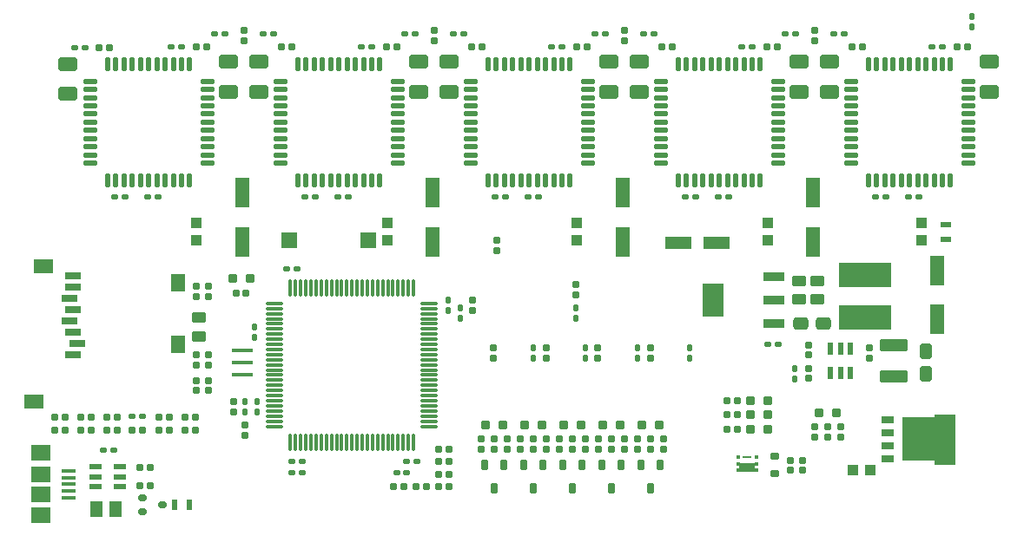
<source format=gtp>
G04 Layer_Color=8421504*
%FSLAX44Y44*%
%MOMM*%
G71*
G01*
G75*
G04:AMPARAMS|DCode=10|XSize=0.6mm|YSize=0.6mm|CornerRadius=0.06mm|HoleSize=0mm|Usage=FLASHONLY|Rotation=0.000|XOffset=0mm|YOffset=0mm|HoleType=Round|Shape=RoundedRectangle|*
%AMROUNDEDRECTD10*
21,1,0.6000,0.4800,0,0,0.0*
21,1,0.4800,0.6000,0,0,0.0*
1,1,0.1200,0.2400,-0.2400*
1,1,0.1200,-0.2400,-0.2400*
1,1,0.1200,-0.2400,0.2400*
1,1,0.1200,0.2400,0.2400*
%
%ADD10ROUNDEDRECTD10*%
%ADD11O,1.4000X0.5500*%
%ADD12O,0.5500X1.4000*%
G04:AMPARAMS|DCode=13|XSize=1.4mm|YSize=1mm|CornerRadius=0.125mm|HoleSize=0mm|Usage=FLASHONLY|Rotation=180.000|XOffset=0mm|YOffset=0mm|HoleType=Round|Shape=RoundedRectangle|*
%AMROUNDEDRECTD13*
21,1,1.4000,0.7500,0,0,180.0*
21,1,1.1500,1.0000,0,0,180.0*
1,1,0.2500,-0.5750,0.3750*
1,1,0.2500,0.5750,0.3750*
1,1,0.2500,0.5750,-0.3750*
1,1,0.2500,-0.5750,-0.3750*
%
%ADD13ROUNDEDRECTD13*%
G04:AMPARAMS|DCode=14|XSize=0.6mm|YSize=0.6mm|CornerRadius=0.06mm|HoleSize=0mm|Usage=FLASHONLY|Rotation=90.000|XOffset=0mm|YOffset=0mm|HoleType=Round|Shape=RoundedRectangle|*
%AMROUNDEDRECTD14*
21,1,0.6000,0.4800,0,0,90.0*
21,1,0.4800,0.6000,0,0,90.0*
1,1,0.1200,0.2400,0.2400*
1,1,0.1200,0.2400,-0.2400*
1,1,0.1200,-0.2400,-0.2400*
1,1,0.1200,-0.2400,0.2400*
%
%ADD14ROUNDEDRECTD14*%
%ADD15R,1.1500X0.6000*%
G04:AMPARAMS|DCode=16|XSize=1.2mm|YSize=1.5mm|CornerRadius=0.3mm|HoleSize=0mm|Usage=FLASHONLY|Rotation=270.000|XOffset=0mm|YOffset=0mm|HoleType=Round|Shape=RoundedRectangle|*
%AMROUNDEDRECTD16*
21,1,1.2000,0.9000,0,0,270.0*
21,1,0.6000,1.5000,0,0,270.0*
1,1,0.6000,-0.4500,-0.3000*
1,1,0.6000,-0.4500,0.3000*
1,1,0.6000,0.4500,0.3000*
1,1,0.6000,0.4500,-0.3000*
%
%ADD16ROUNDEDRECTD16*%
G04:AMPARAMS|DCode=17|XSize=1.2mm|YSize=1.5mm|CornerRadius=0.3mm|HoleSize=0mm|Usage=FLASHONLY|Rotation=0.000|XOffset=0mm|YOffset=0mm|HoleType=Round|Shape=RoundedRectangle|*
%AMROUNDEDRECTD17*
21,1,1.2000,0.9000,0,0,0.0*
21,1,0.6000,1.5000,0,0,0.0*
1,1,0.6000,0.3000,-0.4500*
1,1,0.6000,-0.3000,-0.4500*
1,1,0.6000,-0.3000,0.4500*
1,1,0.6000,0.3000,0.4500*
%
%ADD17ROUNDEDRECTD17*%
G04:AMPARAMS|DCode=18|XSize=0.8mm|YSize=0.8mm|CornerRadius=0.1mm|HoleSize=0mm|Usage=FLASHONLY|Rotation=0.000|XOffset=0mm|YOffset=0mm|HoleType=Round|Shape=RoundedRectangle|*
%AMROUNDEDRECTD18*
21,1,0.8000,0.6000,0,0,0.0*
21,1,0.6000,0.8000,0,0,0.0*
1,1,0.2000,0.3000,-0.3000*
1,1,0.2000,-0.3000,-0.3000*
1,1,0.2000,-0.3000,0.3000*
1,1,0.2000,0.3000,0.3000*
%
%ADD18ROUNDEDRECTD18*%
%ADD19R,0.6000X1.1500*%
%ADD20R,5.1000X2.3500*%
%ADD21R,1.3970X2.9972*%
%ADD22R,2.0000X5.0000*%
%ADD23R,3.2000X4.2000*%
%ADD24R,1.1500X0.7000*%
%ADD25R,1.1000X1.0000*%
G04:AMPARAMS|DCode=26|XSize=0.5mm|YSize=0.6mm|CornerRadius=0.05mm|HoleSize=0mm|Usage=FLASHONLY|Rotation=0.000|XOffset=0mm|YOffset=0mm|HoleType=Round|Shape=RoundedRectangle|*
%AMROUNDEDRECTD26*
21,1,0.5000,0.5000,0,0,0.0*
21,1,0.4000,0.6000,0,0,0.0*
1,1,0.1000,0.2000,-0.2500*
1,1,0.1000,-0.2000,-0.2500*
1,1,0.1000,-0.2000,0.2500*
1,1,0.1000,0.2000,0.2500*
%
%ADD26ROUNDEDRECTD26*%
G04:AMPARAMS|DCode=27|XSize=0.5mm|YSize=0.6mm|CornerRadius=0.05mm|HoleSize=0mm|Usage=FLASHONLY|Rotation=90.000|XOffset=0mm|YOffset=0mm|HoleType=Round|Shape=RoundedRectangle|*
%AMROUNDEDRECTD27*
21,1,0.5000,0.5000,0,0,90.0*
21,1,0.4000,0.6000,0,0,90.0*
1,1,0.1000,0.2500,0.2000*
1,1,0.1000,0.2500,-0.2000*
1,1,0.1000,-0.2500,-0.2000*
1,1,0.1000,-0.2500,0.2000*
%
%ADD27ROUNDEDRECTD27*%
G04:AMPARAMS|DCode=28|XSize=2.7mm|YSize=1.15mm|CornerRadius=0.1437mm|HoleSize=0mm|Usage=FLASHONLY|Rotation=180.000|XOffset=0mm|YOffset=0mm|HoleType=Round|Shape=RoundedRectangle|*
%AMROUNDEDRECTD28*
21,1,2.7000,0.8625,0,0,180.0*
21,1,2.4125,1.1500,0,0,180.0*
1,1,0.2875,-1.2063,0.4313*
1,1,0.2875,1.2063,0.4313*
1,1,0.2875,1.2063,-0.4313*
1,1,0.2875,-1.2063,-0.4313*
%
%ADD28ROUNDEDRECTD28*%
%ADD29R,2.1500X3.2500*%
%ADD30R,2.1500X0.9000*%
G04:AMPARAMS|DCode=31|XSize=1.8mm|YSize=1.3mm|CornerRadius=0.1625mm|HoleSize=0mm|Usage=FLASHONLY|Rotation=0.000|XOffset=0mm|YOffset=0mm|HoleType=Round|Shape=RoundedRectangle|*
%AMROUNDEDRECTD31*
21,1,1.8000,0.9750,0,0,0.0*
21,1,1.4750,1.3000,0,0,0.0*
1,1,0.3250,0.7375,-0.4875*
1,1,0.3250,-0.7375,-0.4875*
1,1,0.3250,-0.7375,0.4875*
1,1,0.3250,0.7375,0.4875*
%
%ADD31ROUNDEDRECTD31*%
%ADD32R,1.0000X1.1000*%
%ADD33R,2.5000X1.3000*%
%ADD34R,1.3000X1.5000*%
%ADD35R,1.9000X1.5000*%
%ADD36R,1.3500X0.4000*%
%ADD37R,1.5000X1.5000*%
%ADD38R,2.0000X0.4000*%
%ADD39R,1.5240X0.7112*%
%ADD40R,1.4224X1.8034*%
%ADD41R,1.9050X1.4224*%
G04:AMPARAMS|DCode=42|XSize=0.6mm|YSize=1mm|CornerRadius=0.075mm|HoleSize=0mm|Usage=FLASHONLY|Rotation=180.000|XOffset=0mm|YOffset=0mm|HoleType=Round|Shape=RoundedRectangle|*
%AMROUNDEDRECTD42*
21,1,0.6000,0.8500,0,0,180.0*
21,1,0.4500,1.0000,0,0,180.0*
1,1,0.1500,-0.2250,0.4250*
1,1,0.1500,0.2250,0.4250*
1,1,0.1500,0.2250,-0.4250*
1,1,0.1500,-0.2250,-0.4250*
%
%ADD42ROUNDEDRECTD42*%
%ADD43O,1.8000X0.3000*%
%ADD44O,0.3000X1.8000*%
%ADD45R,1.0000X0.6000*%
%ADD46R,0.6000X1.0000*%
G04:AMPARAMS|DCode=47|XSize=0.6mm|YSize=0.8mm|CornerRadius=0.15mm|HoleSize=0mm|Usage=FLASHONLY|Rotation=270.000|XOffset=0mm|YOffset=0mm|HoleType=Round|Shape=RoundedRectangle|*
%AMROUNDEDRECTD47*
21,1,0.6000,0.5000,0,0,270.0*
21,1,0.3000,0.8000,0,0,270.0*
1,1,0.3000,-0.2500,-0.1500*
1,1,0.3000,-0.2500,0.1500*
1,1,0.3000,0.2500,0.1500*
1,1,0.3000,0.2500,-0.1500*
%
%ADD47ROUNDEDRECTD47*%
%ADD48R,1.5000X0.9500*%
%ADD49R,0.8700X0.2350*%
%ADD50R,0.3500X0.3000*%
G04:AMPARAMS|DCode=51|XSize=0.6mm|YSize=0.8mm|CornerRadius=0.06mm|HoleSize=0mm|Usage=FLASHONLY|Rotation=270.000|XOffset=0mm|YOffset=0mm|HoleType=Round|Shape=RoundedRectangle|*
%AMROUNDEDRECTD51*
21,1,0.6000,0.6800,0,0,270.0*
21,1,0.4800,0.8000,0,0,270.0*
1,1,0.1200,-0.3400,-0.2400*
1,1,0.1200,-0.3400,0.2400*
1,1,0.1200,0.3400,0.2400*
1,1,0.1200,0.3400,-0.2400*
%
%ADD51ROUNDEDRECTD51*%
D10*
X762000Y125500D02*
D03*
Y135500D02*
D03*
X561974Y235030D02*
D03*
Y245030D02*
D03*
X182500Y203500D02*
D03*
Y213500D02*
D03*
X562610Y156130D02*
D03*
Y146130D02*
D03*
X524510Y156130D02*
D03*
Y146130D02*
D03*
X537210Y156130D02*
D03*
Y146130D02*
D03*
X549910Y156130D02*
D03*
Y146130D02*
D03*
X600710Y156130D02*
D03*
Y146130D02*
D03*
X613410Y156130D02*
D03*
Y146130D02*
D03*
X626110Y156130D02*
D03*
Y146130D02*
D03*
X575310Y156130D02*
D03*
Y146130D02*
D03*
X588010Y156130D02*
D03*
Y146130D02*
D03*
X613410Y235030D02*
D03*
Y245030D02*
D03*
X511810Y235030D02*
D03*
Y245030D02*
D03*
X460375Y235030D02*
D03*
Y245030D02*
D03*
X486410Y156130D02*
D03*
Y146130D02*
D03*
X499110Y156130D02*
D03*
Y146130D02*
D03*
X511810Y156130D02*
D03*
Y146130D02*
D03*
X448310Y156130D02*
D03*
Y146130D02*
D03*
X461010Y156130D02*
D03*
Y146130D02*
D03*
X773250Y168100D02*
D03*
Y158100D02*
D03*
X785950Y158100D02*
D03*
Y168100D02*
D03*
X798650Y168100D02*
D03*
Y158100D02*
D03*
X767935Y215345D02*
D03*
Y225345D02*
D03*
X473710Y156130D02*
D03*
Y146130D02*
D03*
X826690Y235030D02*
D03*
Y245030D02*
D03*
X767935Y248205D02*
D03*
Y238205D02*
D03*
X170500Y305500D02*
D03*
Y295500D02*
D03*
X182500Y305500D02*
D03*
Y295500D02*
D03*
X170500Y228500D02*
D03*
Y238500D02*
D03*
X182500Y228500D02*
D03*
Y238500D02*
D03*
X541000Y307250D02*
D03*
Y297250D02*
D03*
X588000Y555000D02*
D03*
Y545000D02*
D03*
X463780Y350000D02*
D03*
Y340000D02*
D03*
X402500Y555000D02*
D03*
Y545000D02*
D03*
X217000Y555000D02*
D03*
Y545000D02*
D03*
X207010Y182960D02*
D03*
Y192960D02*
D03*
X218440Y170100D02*
D03*
Y160100D02*
D03*
X440000Y282000D02*
D03*
Y292000D02*
D03*
X170500Y213500D02*
D03*
Y203500D02*
D03*
X773420Y555000D02*
D03*
Y545000D02*
D03*
X750000Y135500D02*
D03*
Y125500D02*
D03*
D11*
X923140Y425455D02*
D03*
Y433455D02*
D03*
Y441455D02*
D03*
Y449455D02*
D03*
Y457455D02*
D03*
Y465455D02*
D03*
Y473455D02*
D03*
Y481455D02*
D03*
Y489455D02*
D03*
Y497455D02*
D03*
Y505455D02*
D03*
X809140D02*
D03*
Y497455D02*
D03*
Y489455D02*
D03*
Y481455D02*
D03*
Y473455D02*
D03*
Y465455D02*
D03*
Y457455D02*
D03*
Y449455D02*
D03*
Y441455D02*
D03*
Y433455D02*
D03*
Y425455D02*
D03*
X623720D02*
D03*
Y433455D02*
D03*
Y441455D02*
D03*
Y449455D02*
D03*
Y457455D02*
D03*
Y465455D02*
D03*
Y473455D02*
D03*
Y481455D02*
D03*
Y489455D02*
D03*
Y497455D02*
D03*
Y505455D02*
D03*
X737720D02*
D03*
Y497455D02*
D03*
Y489455D02*
D03*
Y481455D02*
D03*
Y473455D02*
D03*
Y465455D02*
D03*
Y457455D02*
D03*
Y449455D02*
D03*
Y441455D02*
D03*
Y433455D02*
D03*
Y425455D02*
D03*
X552300D02*
D03*
Y433455D02*
D03*
Y441455D02*
D03*
Y449455D02*
D03*
Y457455D02*
D03*
Y465455D02*
D03*
Y473455D02*
D03*
Y481455D02*
D03*
Y489455D02*
D03*
Y497455D02*
D03*
Y505455D02*
D03*
X438300D02*
D03*
Y497455D02*
D03*
Y489455D02*
D03*
Y481455D02*
D03*
Y473455D02*
D03*
Y465455D02*
D03*
Y457455D02*
D03*
Y449455D02*
D03*
Y441455D02*
D03*
Y433455D02*
D03*
Y425455D02*
D03*
X67460D02*
D03*
Y433455D02*
D03*
Y441455D02*
D03*
Y449455D02*
D03*
Y457455D02*
D03*
Y465455D02*
D03*
Y473455D02*
D03*
Y481455D02*
D03*
Y489455D02*
D03*
Y497455D02*
D03*
Y505455D02*
D03*
X181460D02*
D03*
Y497455D02*
D03*
Y489455D02*
D03*
Y481455D02*
D03*
Y473455D02*
D03*
Y465455D02*
D03*
Y457455D02*
D03*
Y449455D02*
D03*
Y441455D02*
D03*
Y433455D02*
D03*
Y425455D02*
D03*
X366880D02*
D03*
Y433455D02*
D03*
Y441455D02*
D03*
Y449455D02*
D03*
Y457455D02*
D03*
Y465455D02*
D03*
Y473455D02*
D03*
Y481455D02*
D03*
Y489455D02*
D03*
Y497455D02*
D03*
Y505455D02*
D03*
X252880D02*
D03*
Y497455D02*
D03*
Y489455D02*
D03*
Y481455D02*
D03*
Y473455D02*
D03*
Y465455D02*
D03*
Y457455D02*
D03*
Y449455D02*
D03*
Y441455D02*
D03*
Y433455D02*
D03*
Y425455D02*
D03*
D12*
X906140Y522455D02*
D03*
X898140D02*
D03*
X890140D02*
D03*
X882140D02*
D03*
X874140D02*
D03*
X866140D02*
D03*
X858140D02*
D03*
X850140D02*
D03*
X842140D02*
D03*
X834140D02*
D03*
X826140D02*
D03*
Y408455D02*
D03*
X834140D02*
D03*
X842140D02*
D03*
X850140D02*
D03*
X858140D02*
D03*
X866140D02*
D03*
X874140D02*
D03*
X882140D02*
D03*
X890140D02*
D03*
X898140D02*
D03*
X906140D02*
D03*
X720720D02*
D03*
X712720D02*
D03*
X704720D02*
D03*
X696720D02*
D03*
X688720D02*
D03*
X680720D02*
D03*
X672720D02*
D03*
X664720D02*
D03*
X656720D02*
D03*
X648720D02*
D03*
X640720D02*
D03*
Y522455D02*
D03*
X648720D02*
D03*
X656720D02*
D03*
X664720D02*
D03*
X672720D02*
D03*
X680720D02*
D03*
X688720D02*
D03*
X696720D02*
D03*
X704720D02*
D03*
X712720D02*
D03*
X720720D02*
D03*
X535300D02*
D03*
X527300D02*
D03*
X519300D02*
D03*
X511300D02*
D03*
X503300D02*
D03*
X495300D02*
D03*
X487300D02*
D03*
X479300D02*
D03*
X471300D02*
D03*
X463300D02*
D03*
X455300D02*
D03*
Y408455D02*
D03*
X463300D02*
D03*
X471300D02*
D03*
X479300D02*
D03*
X487300D02*
D03*
X495300D02*
D03*
X503300D02*
D03*
X511300D02*
D03*
X519300D02*
D03*
X527300D02*
D03*
X535300D02*
D03*
X164460D02*
D03*
X156460D02*
D03*
X148460D02*
D03*
X140460D02*
D03*
X132460D02*
D03*
X124460D02*
D03*
X116460D02*
D03*
X108460D02*
D03*
X100460D02*
D03*
X92460D02*
D03*
X84460D02*
D03*
Y522455D02*
D03*
X92460D02*
D03*
X100460D02*
D03*
X108460D02*
D03*
X116460D02*
D03*
X124460D02*
D03*
X132460D02*
D03*
X140460D02*
D03*
X148460D02*
D03*
X156460D02*
D03*
X164460D02*
D03*
X349880D02*
D03*
X341880D02*
D03*
X333880D02*
D03*
X325880D02*
D03*
X317880D02*
D03*
X309880D02*
D03*
X301880D02*
D03*
X293880D02*
D03*
X285880D02*
D03*
X277880D02*
D03*
X269880D02*
D03*
Y408455D02*
D03*
X277880D02*
D03*
X285880D02*
D03*
X293880D02*
D03*
X301880D02*
D03*
X309880D02*
D03*
X317880D02*
D03*
X325880D02*
D03*
X333880D02*
D03*
X341880D02*
D03*
X349880D02*
D03*
D13*
X758365Y310625D02*
D03*
Y292625D02*
D03*
X776365Y292625D02*
D03*
Y310625D02*
D03*
X173000Y256500D02*
D03*
Y274500D02*
D03*
D14*
X169620Y164800D02*
D03*
X159620D02*
D03*
Y177800D02*
D03*
X169620D02*
D03*
X43100Y165100D02*
D03*
X33100D02*
D03*
X93820Y177800D02*
D03*
X83820D02*
D03*
X43180D02*
D03*
X33180D02*
D03*
X116000Y111000D02*
D03*
Y128000D02*
D03*
X254080Y539114D02*
D03*
X264080D02*
D03*
X366315D02*
D03*
X356315D02*
D03*
X180895Y539115D02*
D03*
X170895D02*
D03*
X76280Y538480D02*
D03*
X86280D02*
D03*
X439500Y539114D02*
D03*
X449500D02*
D03*
X551735Y539115D02*
D03*
X541735D02*
D03*
X737155Y539114D02*
D03*
X727155D02*
D03*
X624920D02*
D03*
X634920D02*
D03*
X810340D02*
D03*
X820340D02*
D03*
X922575Y539115D02*
D03*
X912575D02*
D03*
X126000Y111000D02*
D03*
Y128000D02*
D03*
X144620Y177800D02*
D03*
X134620D02*
D03*
X688215Y165800D02*
D03*
X698215D02*
D03*
X688215Y179800D02*
D03*
X698215D02*
D03*
X688215Y193800D02*
D03*
X698215D02*
D03*
X209500Y299000D02*
D03*
X219500D02*
D03*
X407000Y134000D02*
D03*
X417000D02*
D03*
X407000Y146000D02*
D03*
X417000D02*
D03*
X373000Y110000D02*
D03*
X363000D02*
D03*
X417000Y122000D02*
D03*
X407000D02*
D03*
Y110000D02*
D03*
X417000D02*
D03*
X395000D02*
D03*
X385000D02*
D03*
X58420Y177800D02*
D03*
X68420D02*
D03*
X83900Y165100D02*
D03*
X93900D02*
D03*
X134540D02*
D03*
X144540D02*
D03*
X108500Y165000D02*
D03*
X118500D02*
D03*
X68500D02*
D03*
X58500D02*
D03*
D15*
X96250Y119500D02*
D03*
X96000Y110000D02*
D03*
X72500D02*
D03*
Y119500D02*
D03*
Y129000D02*
D03*
X96250D02*
D03*
D16*
X760525Y268605D02*
D03*
X782525D02*
D03*
D17*
X882015Y220140D02*
D03*
Y242140D02*
D03*
D18*
X528710Y170180D02*
D03*
X545710D02*
D03*
X566810D02*
D03*
X583810D02*
D03*
X604910D02*
D03*
X621910D02*
D03*
X777500Y181500D02*
D03*
X794500D02*
D03*
X507610Y170180D02*
D03*
X490610D02*
D03*
X469510D02*
D03*
X452510D02*
D03*
X711215Y165800D02*
D03*
X728215D02*
D03*
X711215Y179800D02*
D03*
X728215D02*
D03*
X711215Y193800D02*
D03*
X728215D02*
D03*
X223000Y313000D02*
D03*
X206000D02*
D03*
D19*
X789250Y244410D02*
D03*
Y220660D02*
D03*
X798750D02*
D03*
X808250D02*
D03*
Y244160D02*
D03*
X798750Y244410D02*
D03*
D20*
X822960Y316025D02*
D03*
Y274525D02*
D03*
D21*
X892810Y320810D02*
D03*
Y272804D02*
D03*
X401320Y396486D02*
D03*
Y348480D02*
D03*
X215900Y396486D02*
D03*
Y348480D02*
D03*
X586740Y396486D02*
D03*
Y348480D02*
D03*
X772160Y396486D02*
D03*
Y348480D02*
D03*
D22*
X900880Y155746D02*
D03*
D23*
X875000Y156000D02*
D03*
D24*
X845000Y136950D02*
D03*
Y149650D02*
D03*
Y162350D02*
D03*
Y175050D02*
D03*
D25*
X810500Y126000D02*
D03*
X827500D02*
D03*
D26*
X754000Y225000D02*
D03*
Y215000D02*
D03*
X652145Y235030D02*
D03*
Y245030D02*
D03*
X600709Y235030D02*
D03*
Y245030D02*
D03*
X549910Y235030D02*
D03*
Y245030D02*
D03*
X499745Y235030D02*
D03*
Y245030D02*
D03*
X927100Y558880D02*
D03*
Y568880D02*
D03*
X541000Y274250D02*
D03*
Y284250D02*
D03*
X416560Y282020D02*
D03*
Y292020D02*
D03*
X227330Y265350D02*
D03*
Y255350D02*
D03*
X218440Y192960D02*
D03*
Y182960D02*
D03*
X229870Y192960D02*
D03*
Y182960D02*
D03*
X428000Y284000D02*
D03*
Y274000D02*
D03*
D27*
X276940Y392430D02*
D03*
X286940D02*
D03*
X728000Y249000D02*
D03*
X738000D02*
D03*
X246300Y551815D02*
D03*
X236300D02*
D03*
X374095D02*
D03*
X384095D02*
D03*
X341550Y539115D02*
D03*
X331550D02*
D03*
X318690Y392430D02*
D03*
X308690D02*
D03*
X62150Y538480D02*
D03*
X52150D02*
D03*
X188675Y551815D02*
D03*
X198675D02*
D03*
X91520Y392430D02*
D03*
X101520D02*
D03*
X156130Y539115D02*
D03*
X146130D02*
D03*
X133270Y392430D02*
D03*
X123270D02*
D03*
X431720Y551815D02*
D03*
X421720D02*
D03*
X559515D02*
D03*
X569515D02*
D03*
X526970Y539115D02*
D03*
X516970D02*
D03*
X504110Y392430D02*
D03*
X494110D02*
D03*
X462360D02*
D03*
X472360D02*
D03*
X647780D02*
D03*
X657780D02*
D03*
X689530D02*
D03*
X679530D02*
D03*
X712390Y539115D02*
D03*
X702390D02*
D03*
X744935Y551815D02*
D03*
X754935D02*
D03*
X617140D02*
D03*
X607140D02*
D03*
X802560D02*
D03*
X792560D02*
D03*
X897810Y539115D02*
D03*
X887810D02*
D03*
X874950Y392430D02*
D03*
X864950D02*
D03*
X833200D02*
D03*
X843200D02*
D03*
X80000Y145000D02*
D03*
X90000D02*
D03*
X264000Y134500D02*
D03*
X274000D02*
D03*
X269240Y322580D02*
D03*
X259240D02*
D03*
X376000Y134620D02*
D03*
X386000D02*
D03*
X118600Y178000D02*
D03*
X108600D02*
D03*
X376000Y123000D02*
D03*
X366000D02*
D03*
X264000D02*
D03*
X274000D02*
D03*
D28*
X850820Y217410D02*
D03*
Y247410D02*
D03*
D29*
X674965Y291465D02*
D03*
D30*
X733465Y314365D02*
D03*
Y291465D02*
D03*
Y268565D02*
D03*
D31*
X231775Y524405D02*
D03*
Y495405D02*
D03*
X387985Y524405D02*
D03*
Y495405D02*
D03*
X202565Y524405D02*
D03*
Y495405D02*
D03*
X45720Y493500D02*
D03*
Y522500D02*
D03*
X417195Y524405D02*
D03*
Y495405D02*
D03*
X573405Y524405D02*
D03*
Y495405D02*
D03*
X758825Y524405D02*
D03*
Y495405D02*
D03*
X602615Y524405D02*
D03*
Y495405D02*
D03*
X788035Y524405D02*
D03*
Y495405D02*
D03*
X944245Y524405D02*
D03*
Y495405D02*
D03*
D32*
X356695Y367275D02*
D03*
Y350275D02*
D03*
X170815Y367275D02*
D03*
Y350275D02*
D03*
X541655Y367275D02*
D03*
Y350275D02*
D03*
X727535Y367275D02*
D03*
Y350275D02*
D03*
X877675Y367275D02*
D03*
Y350275D02*
D03*
D33*
X678180Y347980D02*
D03*
X640334D02*
D03*
D34*
X92500Y88000D02*
D03*
X73500D02*
D03*
D35*
X19000Y142500D02*
D03*
Y122000D02*
D03*
Y102000D02*
D03*
Y81500D02*
D03*
D36*
X46000Y125000D02*
D03*
Y118500D02*
D03*
Y99000D02*
D03*
Y105500D02*
D03*
Y112000D02*
D03*
D37*
X261220Y349980D02*
D03*
X338219D02*
D03*
D38*
X215900Y219140D02*
D03*
Y231140D02*
D03*
Y243140D02*
D03*
D39*
X50800Y238760D02*
D03*
X54800Y249682D02*
D03*
X50800Y260858D02*
D03*
X46800Y271780D02*
D03*
X50800Y282702D02*
D03*
X46800Y293878D02*
D03*
X50800Y304800D02*
D03*
Y315722D02*
D03*
D40*
X152800Y248920D02*
D03*
Y308864D02*
D03*
D41*
X12800Y192786D02*
D03*
X21800Y324866D02*
D03*
D42*
X546710Y130880D02*
D03*
X527710D02*
D03*
X537210Y107880D02*
D03*
X470510Y130880D02*
D03*
X451510D02*
D03*
X461010Y107880D02*
D03*
X584810Y130880D02*
D03*
X565810D02*
D03*
X575310Y107880D02*
D03*
X508610Y130880D02*
D03*
X489610D02*
D03*
X499110Y107880D02*
D03*
X622910Y130880D02*
D03*
X603910D02*
D03*
X613410Y107880D02*
D03*
D43*
X247080Y288600D02*
D03*
Y283600D02*
D03*
Y278600D02*
D03*
Y273600D02*
D03*
Y268600D02*
D03*
Y263600D02*
D03*
Y258600D02*
D03*
Y253600D02*
D03*
Y248600D02*
D03*
Y243600D02*
D03*
Y238600D02*
D03*
Y233600D02*
D03*
Y228600D02*
D03*
Y223600D02*
D03*
Y218600D02*
D03*
Y213600D02*
D03*
Y208600D02*
D03*
Y203600D02*
D03*
Y198600D02*
D03*
Y193600D02*
D03*
Y188600D02*
D03*
Y183600D02*
D03*
Y178600D02*
D03*
Y173600D02*
D03*
Y168600D02*
D03*
X398080D02*
D03*
Y173600D02*
D03*
Y178600D02*
D03*
Y183600D02*
D03*
Y188600D02*
D03*
Y193600D02*
D03*
Y198600D02*
D03*
Y203600D02*
D03*
Y208600D02*
D03*
Y213600D02*
D03*
Y218600D02*
D03*
Y223600D02*
D03*
Y228600D02*
D03*
Y233600D02*
D03*
Y238600D02*
D03*
Y243600D02*
D03*
Y248600D02*
D03*
Y253600D02*
D03*
Y258600D02*
D03*
Y263600D02*
D03*
Y268600D02*
D03*
Y273600D02*
D03*
Y278600D02*
D03*
Y283600D02*
D03*
Y288600D02*
D03*
D44*
X262580Y153100D02*
D03*
X267580D02*
D03*
X272580D02*
D03*
X277580D02*
D03*
X282580D02*
D03*
X287580D02*
D03*
X292580D02*
D03*
X297580D02*
D03*
X302580D02*
D03*
X307580D02*
D03*
X312580D02*
D03*
X317580D02*
D03*
X322580D02*
D03*
X327580D02*
D03*
X332580D02*
D03*
X337580D02*
D03*
X342580D02*
D03*
X347580D02*
D03*
X352580D02*
D03*
X357580D02*
D03*
X362580D02*
D03*
X367580D02*
D03*
X372580D02*
D03*
X377580D02*
D03*
X382580D02*
D03*
Y304100D02*
D03*
X377580D02*
D03*
X372580D02*
D03*
X367580D02*
D03*
X362580D02*
D03*
X357580D02*
D03*
X352580D02*
D03*
X347580D02*
D03*
X342580D02*
D03*
X337580D02*
D03*
X332580D02*
D03*
X327580D02*
D03*
X322580D02*
D03*
X317580D02*
D03*
X312580D02*
D03*
X307580D02*
D03*
X302580D02*
D03*
X297580D02*
D03*
X292580D02*
D03*
X287580D02*
D03*
X282580D02*
D03*
X277580D02*
D03*
X272580D02*
D03*
X267580D02*
D03*
X262580D02*
D03*
D45*
X901500Y351500D02*
D03*
Y365500D02*
D03*
D46*
X164000Y92000D02*
D03*
X150000D02*
D03*
D47*
X118500Y85500D02*
D03*
X137500Y92000D02*
D03*
X118500Y98500D02*
D03*
D48*
X708000Y128750D02*
D03*
D49*
X707600Y138700D02*
D03*
D50*
X717250Y125500D02*
D03*
Y132000D02*
D03*
Y138500D02*
D03*
X698750D02*
D03*
Y132000D02*
D03*
Y125500D02*
D03*
D51*
X735000Y122500D02*
D03*
Y139500D02*
D03*
M02*

</source>
